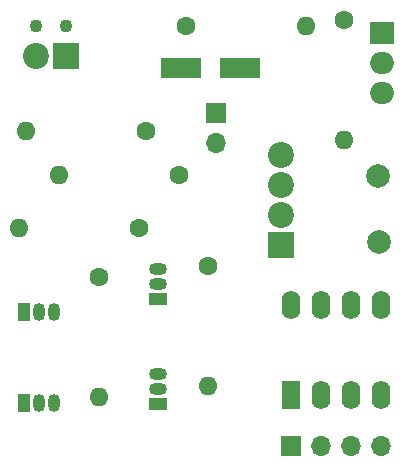
<source format=gbr>
%TF.GenerationSoftware,KiCad,Pcbnew,(6.0.10)*%
%TF.CreationDate,2023-01-15T11:08:54+01:00*%
%TF.ProjectId,PCB_PSU_LIN_2023-01-12,5043425f-5053-4555-9f4c-494e5f323032,rev?*%
%TF.SameCoordinates,Original*%
%TF.FileFunction,Soldermask,Top*%
%TF.FilePolarity,Negative*%
%FSLAX46Y46*%
G04 Gerber Fmt 4.6, Leading zero omitted, Abs format (unit mm)*
G04 Created by KiCad (PCBNEW (6.0.10)) date 2023-01-15 11:08:54*
%MOMM*%
%LPD*%
G01*
G04 APERTURE LIST*
%ADD10C,2.000000*%
%ADD11C,1.600000*%
%ADD12O,1.600000X1.600000*%
%ADD13R,1.050000X1.500000*%
%ADD14O,1.050000X1.500000*%
%ADD15R,1.700000X1.700000*%
%ADD16O,1.700000X1.700000*%
%ADD17R,2.000000X1.905000*%
%ADD18O,2.000000X1.905000*%
%ADD19R,1.500000X1.050000*%
%ADD20O,1.500000X1.050000*%
%ADD21C,1.100000*%
%ADD22R,2.200000X2.200000*%
%ADD23C,2.200000*%
%ADD24R,1.600000X2.400000*%
%ADD25O,1.600000X2.400000*%
%ADD26R,3.500000X1.800000*%
G04 APERTURE END LIST*
D10*
%TO.C,REF\u002A\u002A*%
X94995570Y-76212882D03*
%TD*%
D11*
%TO.C,R4*%
X75311107Y-72393220D03*
D12*
X65151107Y-72393220D03*
%TD*%
D13*
%TO.C,Q4*%
X65052674Y-87741994D03*
D14*
X66322674Y-87741994D03*
X67592674Y-87741994D03*
%TD*%
D15*
%TO.C,P4*%
X87657000Y-99035000D03*
D16*
X90197000Y-99035000D03*
X92737000Y-99035000D03*
X95277000Y-99035000D03*
%TD*%
D17*
%TO.C,Q1*%
X95325935Y-64073305D03*
D18*
X95325935Y-66613305D03*
X95325935Y-69153305D03*
%TD*%
D11*
%TO.C,R1*%
X92069811Y-63019768D03*
D12*
X92069811Y-73179768D03*
%TD*%
D11*
%TO.C,R2*%
X80601521Y-83820000D03*
D12*
X80601521Y-93980000D03*
%TD*%
D19*
%TO.C,Q5*%
X76317065Y-86595803D03*
D20*
X76317065Y-85325803D03*
X76317065Y-84055803D03*
%TD*%
D11*
%TO.C,R7*%
X74755012Y-80595080D03*
D12*
X64595012Y-80595080D03*
%TD*%
D19*
%TO.C,Q2*%
X76336262Y-95490000D03*
D20*
X76336262Y-94220000D03*
X76336262Y-92950000D03*
%TD*%
D11*
%TO.C,R6*%
X71392679Y-84704598D03*
D12*
X71392679Y-94864598D03*
%TD*%
D15*
%TO.C,P3*%
X81258320Y-70820081D03*
D16*
X81258320Y-73360081D03*
%TD*%
D11*
%TO.C,R5*%
X78132375Y-76114116D03*
D12*
X67972375Y-76114116D03*
%TD*%
D11*
%TO.C,R3*%
X78740000Y-63500000D03*
D12*
X88900000Y-63500000D03*
%TD*%
D21*
%TO.C,P2*%
X66040000Y-63500000D03*
X68580000Y-63500000D03*
D22*
X68580000Y-66040000D03*
D23*
X66040000Y-66040000D03*
%TD*%
D10*
%TO.C,REF\u002A\u002A*%
X95059983Y-81794719D03*
%TD*%
D22*
%TO.C,P1*%
X86748032Y-82015000D03*
D23*
X86748032Y-79475000D03*
X86748032Y-76935000D03*
X86748032Y-74395000D03*
%TD*%
D24*
%TO.C,IC1*%
X87657000Y-94713000D03*
D25*
X90197000Y-94713000D03*
X92737000Y-94713000D03*
X95277000Y-94713000D03*
X95277000Y-87093000D03*
X92737000Y-87093000D03*
X90197000Y-87093000D03*
X87657000Y-87093000D03*
%TD*%
D13*
%TO.C,Q3*%
X64996066Y-95433173D03*
D14*
X66266066Y-95433173D03*
X67536066Y-95433173D03*
%TD*%
D26*
%TO.C,D1*%
X78283390Y-67081020D03*
X83283390Y-67081020D03*
%TD*%
M02*

</source>
